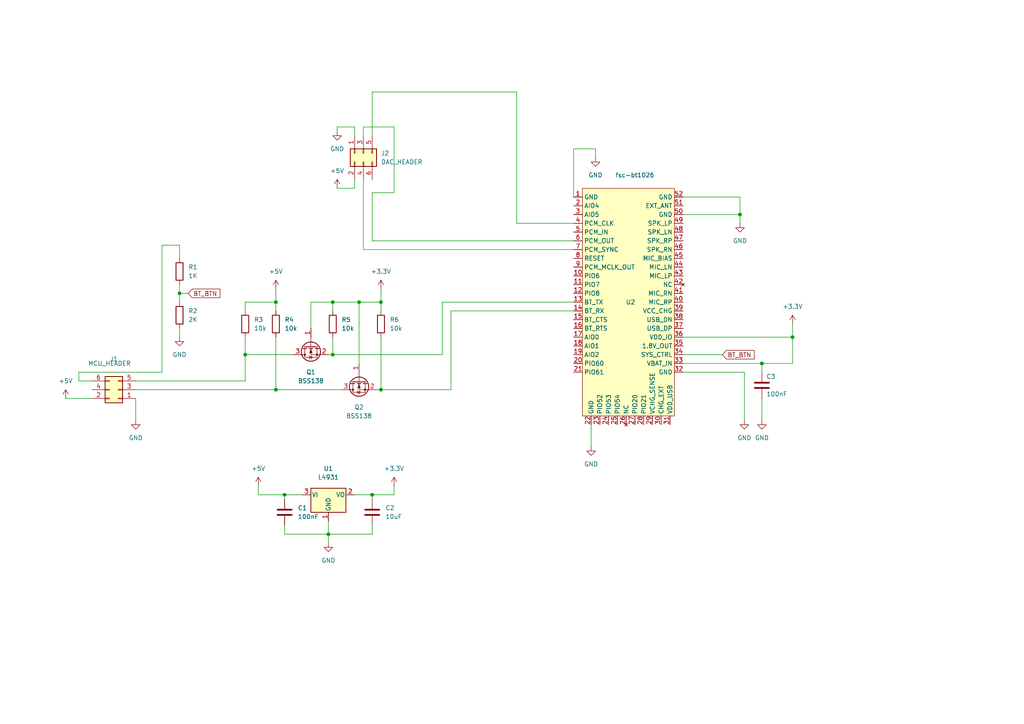
<source format=kicad_sch>
(kicad_sch (version 20211123) (generator eeschema)
  (paper "A4")
  (lib_symbols
    (symbol "Connector_Generic:Conn_02x03_Odd_Even" (pin_names (offset 1.016) hide)
      (property "Reference" "J" (at 1.27 5.08 0))
      (property "Value" "Conn_02x03_Odd_Even" (at 1.27 -5.08 0))
      (symbol "Conn_02x03_Odd_Even_1_1"
        (rectangle (start -1.27 -2.413) (end 0 -2.667) (stroke (width 0.1524)))
        (rectangle (start -1.27 0.127) (end 0 -0.127) (stroke (width 0.1524)))
        (rectangle (start -1.27 2.667) (end 0 2.413) (stroke (width 0.1524)))
        (rectangle (start -1.27 3.81) (end 3.81 -3.81) (stroke (width 0.254)) (fill (type background)))
        (rectangle (start 3.81 -2.413) (end 2.54 -2.667) (stroke (width 0.1524)))
        (rectangle (start 3.81 0.127) (end 2.54 -0.127) (stroke (width 0.1524)))
        (rectangle (start 3.81 2.667) (end 2.54 2.413) (stroke (width 0.1524)))
        (pin passive line (at -5.08 2.54 0) (length 3.81) (name "Pin_1") (number "1"))
        (pin passive line (at 7.62 2.54 180) (length 3.81) (name "Pin_2") (number "2"))
        (pin passive line (at -5.08 0 0) (length 3.81) (name "Pin_3") (number "3"))
        (pin passive line (at 7.62 0 180) (length 3.81) (name "Pin_4") (number "4"))
        (pin passive line (at -5.08 -2.54 0) (length 3.81) (name "Pin_5") (number "5"))
        (pin passive line (at 7.62 -2.54 180) (length 3.81) (name "Pin_6") (number "6"))
      )
    )
    (symbol "Device:C" (pin_numbers hide) (pin_names (offset 0.254))
      (property "Reference" "C" (at 0.635 2.54 0))
      (property "Value" "C" (at 0.635 -2.54 0))
      (symbol "C_0_1"
        (polyline (pts (xy -2.032 -0.762) (xy 2.032 -0.762)) (stroke (width 0.508)))
        (polyline (pts (xy -2.032 0.762) (xy 2.032 0.762)) (stroke (width 0.508)))
      )
      (symbol "C_1_1"
        (pin passive line (at 0 3.81 270) (length 2.794) (name "~") (number "1"))
        (pin passive line (at 0 -3.81 90) (length 2.794) (name "~") (number "2"))
      )
    )
    (symbol "Device:R" (pin_numbers hide) (pin_names (offset 0))
      (property "Reference" "R" (at 2.032 0 90))
      (property "Value" "R" (at 0 0 90))
      (symbol "R_0_1"
        (rectangle (start -1.016 -2.54) (end 1.016 2.54) (stroke (width 0.254)))
      )
      (symbol "R_1_1"
        (pin passive line (at 0 3.81 270) (length 1.27) (name "~") (number "1"))
        (pin passive line (at 0 -3.81 90) (length 1.27) (name "~") (number "2"))
      )
    )
    (symbol "Regulator_Linear:NCP1117-3.3_TO252" (pin_names (offset 0.254))
      (property "Reference" "U" (at -3.81 3.175 0))
      (property "Value" "NCP1117-3.3_TO252" (at 0 3.175 0))
      (symbol "NCP1117-3.3_TO252_0_1"
        (rectangle (start -5.08 1.905) (end 5.08 -5.08) (stroke (width 0.254)) (fill (type background)))
      )
      (symbol "NCP1117-3.3_TO252_1_1"
        (pin power_in line (at 0 -7.62 90) (length 2.54) (name "GND") (number "1"))
        (pin power_out line (at 7.62 0 180) (length 2.54) (name "VO") (number "2"))
        (pin power_in line (at -7.62 0 0) (length 2.54) (name "VI") (number "3"))
      )
    )
    (symbol "Transistor_FET:BSS138" (pin_names hide)
      (property "Reference" "Q" (at 5.08 1.905 0))
      (property "Value" "BSS138" (at 5.08 0 0))
      (symbol "BSS138_0_1"
        (polyline (pts (xy 0.254 0) (xy -2.54 0)))
        (polyline (pts (xy 0.254 1.905) (xy 0.254 -1.905)) (stroke (width 0.254)))
        (polyline (pts (xy 0.762 -1.27) (xy 0.762 -2.286)) (stroke (width 0.254)))
        (polyline (pts (xy 0.762 0.508) (xy 0.762 -0.508)) (stroke (width 0.254)))
        (polyline (pts (xy 0.762 2.286) (xy 0.762 1.27)) (stroke (width 0.254)))
        (polyline (pts (xy 2.54 2.54) (xy 2.54 1.778)))
        (polyline (pts (xy 2.54 -2.54) (xy 2.54 0) (xy 0.762 0)))
        (polyline (pts (xy 0.762 -1.778) (xy 3.302 -1.778) (xy 3.302 1.778) (xy 0.762 1.778)))
        (polyline (pts (xy 1.016 0) (xy 2.032 0.381) (xy 2.032 -0.381) (xy 1.016 0)) (fill (type outline)))
        (polyline (pts (xy 2.794 0.508) (xy 2.921 0.381) (xy 3.683 0.381) (xy 3.81 0.254)))
        (polyline (pts (xy 3.302 0.381) (xy 2.921 -0.254) (xy 3.683 -0.254) (xy 3.302 0.381)))
        (circle (center 1.651 0) (radius 2.794) (stroke (width 0.254)))
        (circle (center 2.54 -1.778) (radius 0.254) (fill (type outline)))
        (circle (center 2.54 1.778) (radius 0.254) (fill (type outline)))
      )
      (symbol "BSS138_1_1"
        (pin input line (at -5.08 0 0) (length 2.54) (name "G") (number "1"))
        (pin passive line (at 2.54 -5.08 90) (length 2.54) (name "S") (number "2"))
        (pin passive line (at 2.54 5.08 270) (length 2.54) (name "D") (number "3"))
      )
    )
    (symbol "mcd708:fsc-bt1026"
      (property "Reference" "U" (at -5.08 -39.37 0))
      (property "Value" "fsc-bt1026" (at 1.27 31.75 0))
      (symbol "fsc-bt1026_0_1"
        (rectangle (start -13.97 27.94) (end 12.7 -38.1) (fill (type background)))
      )
      (symbol "fsc-bt1026_1_1"
        (pin input line (at -16.51 25.4 0) (length 2.54) (name "GND") (number "1"))
        (pin input line (at -16.51 2.54 0) (length 2.54) (name "PIO6") (number "10"))
        (pin input line (at -16.51 0 0) (length 2.54) (name "PIO7") (number "11"))
        (pin input line (at -16.51 -2.54 0) (length 2.54) (name "PIO8") (number "12"))
        (pin input line (at -16.51 -5.08 0) (length 2.54) (name "BT_TX") (number "13"))
        (pin input line (at -16.51 -7.62 0) (length 2.54) (name "BT_RX") (number "14"))
        (pin input line (at -16.51 -10.16 0) (length 2.54) (name "BT_CTS") (number "15"))
        (pin input line (at -16.51 -12.7 0) (length 2.54) (name "BT_RTS") (number "16"))
        (pin input line (at -16.51 -15.24 0) (length 2.54) (name "AIO0") (number "17"))
        (pin input line (at -16.51 -17.78 0) (length 2.54) (name "AIO1") (number "18"))
        (pin input line (at -16.51 -20.32 0) (length 2.54) (name "AIO2") (number "19"))
        (pin input line (at -16.51 22.86 0) (length 2.54) (name "AIO4") (number "2"))
        (pin input line (at -16.51 -22.86 0) (length 2.54) (name "PIO60") (number "20"))
        (pin input line (at -16.51 -25.4 0) (length 2.54) (name "PIO61") (number "21"))
        (pin power_in line (at -11.43 -40.64 90) (length 2.54) (name "GND") (number "22"))
        (pin input line (at -8.89 -40.64 90) (length 2.54) (name "PIO52") (number "23"))
        (pin input line (at -6.35 -40.64 90) (length 2.54) (name "PIO53") (number "24"))
        (pin input line (at -3.81 -40.64 90) (length 2.54) (name "PIO54") (number "25"))
        (pin no_connect line (at -1.27 -40.64 90) (length 2.54) (name "NC") (number "26"))
        (pin input line (at 1.27 -40.64 90) (length 2.54) (name "PIO20") (number "27"))
        (pin input line (at 3.81 -40.64 90) (length 2.54) (name "PIO21") (number "28"))
        (pin free line (at 6.35 -40.64 90) (length 2.54) (name "VCHG_SENSE") (number "29"))
        (pin input line (at -16.51 20.32 0) (length 2.54) (name "AIO5") (number "3"))
        (pin power_in line (at 8.89 -40.64 90) (length 2.54) (name "CHG_EXT") (number "30"))
        (pin power_in line (at 11.43 -40.64 90) (length 2.54) (name "VDD_USB") (number "31"))
        (pin power_in line (at 15.24 -25.4 180) (length 2.54) (name "GND") (number "32"))
        (pin power_in line (at 15.24 -22.86 180) (length 2.54) (name "VBAT_IN") (number "33"))
        (pin power_in line (at 15.24 -20.32 180) (length 2.54) (name "SYS_CTRL") (number "34"))
        (pin power_out line (at 15.24 -17.78 180) (length 2.54) (name "1.8V_OUT") (number "35"))
        (pin power_in line (at 15.24 -15.24 180) (length 2.54) (name "VDD_IO") (number "36"))
        (pin power_in line (at 15.24 -12.7 180) (length 2.54) (name "USB_DP") (number "37"))
        (pin input line (at 15.24 -10.16 180) (length 2.54) (name "USB_DN") (number "38"))
        (pin power_in line (at 15.24 -7.62 180) (length 2.54) (name "VCC_CHG") (number "39"))
        (pin output line (at -16.51 17.78 0) (length 2.54) (name "PCM_CLK") (number "4"))
        (pin power_in line (at 15.24 -5.08 180) (length 2.54) (name "MIC_RP") (number "40"))
        (pin power_in line (at 15.24 -2.54 180) (length 2.54) (name "MIC_RN") (number "41"))
        (pin no_connect line (at 15.24 0 180) (length 2.54) (name "NC") (number "42"))
        (pin power_in line (at 15.24 2.54 180) (length 2.54) (name "MIC_LP") (number "43"))
        (pin power_in line (at 15.24 5.08 180) (length 2.54) (name "MIC_LN") (number "44"))
        (pin power_in line (at 15.24 7.62 180) (length 2.54) (name "MIC_BIAS") (number "45"))
        (pin power_out line (at 15.24 10.16 180) (length 2.54) (name "SPK_RN") (number "46"))
        (pin power_out line (at 15.24 12.7 180) (length 2.54) (name "SPK_RP") (number "47"))
        (pin power_out line (at 15.24 15.24 180) (length 2.54) (name "SPK_LN") (number "48"))
        (pin power_out line (at 15.24 17.78 180) (length 2.54) (name "SPK_LP") (number "49"))
        (pin input line (at -16.51 15.24 0) (length 2.54) (name "PCM_IN") (number "5"))
        (pin power_in line (at 15.24 20.32 180) (length 2.54) (name "GND") (number "50"))
        (pin unspecified line (at 15.24 22.86 180) (length 2.54) (name "EXT_ANT") (number "51"))
        (pin power_in line (at 15.24 25.4 180) (length 2.54) (name "GND") (number "52"))
        (pin output line (at -16.51 12.7 0) (length 2.54) (name "PCM_OUT") (number "6"))
        (pin output line (at -16.51 10.16 0) (length 2.54) (name "PCM_SYNC") (number "7"))
        (pin input line (at -16.51 7.62 0) (length 2.54) (name "RESET") (number "8"))
        (pin input line (at -16.51 5.08 0) (length 2.54) (name "PCM_MCLK_OUT") (number "9"))
      )
    )
    (symbol "power:+3.3V" (power) (pin_names (offset 0))
      (property "Value" "+3.3V" (at 0 3.556 0))
      (symbol "+3.3V_0_1"
        (polyline (pts (xy -0.762 1.27) (xy 0 2.54)))
        (polyline (pts (xy 0 0) (xy 0 2.54)))
        (polyline (pts (xy 0 2.54) (xy 0.762 1.27)))
      )
      (symbol "+3.3V_1_1"
        (pin power_in line (at 0 0 90) (length 0) hide (name "+3.3V") (number "1"))
      )
    )
    (symbol "power:+5V" (power) (pin_names (offset 0))
      (property "Value" "+5V" (at 0 3.556 0))
      (symbol "+5V_0_1"
        (polyline (pts (xy -0.762 1.27) (xy 0 2.54)))
        (polyline (pts (xy 0 0) (xy 0 2.54)))
        (polyline (pts (xy 0 2.54) (xy 0.762 1.27)))
      )
      (symbol "+5V_1_1"
        (pin power_in line (at 0 0 90) (length 0) hide (name "+5V") (number "1"))
      )
    )
    (symbol "power:GND" (power) (pin_names (offset 0))
      (property "Value" "GND" (at 0 -3.81 0))
      (symbol "GND_0_1"
        (polyline (pts (xy 0 0) (xy 0 -1.27) (xy 1.27 -1.27) (xy 0 -2.54) (xy -1.27 -1.27) (xy 0 -1.27)))
      )
      (symbol "GND_1_1"
        (pin power_in line (at 0 0 270) (length 0) hide (name "GND") (number "1"))
      )
    )
  )
  (junction (at 52.07 85.09))
  (junction (at 104.14 87.63))
  (junction (at 107.95 143.51))
  (junction (at 110.49 87.63))
  (junction (at 96.52 102.87))
  (junction (at 80.01 87.63))
  (junction (at 220.98 105.41))
  (junction (at 96.52 87.63))
  (junction (at 110.49 113.03))
  (junction (at 214.63 62.23))
  (junction (at 82.55 143.51))
  (junction (at 95.25 154.94))
  (junction (at 80.01 113.03))
  (junction (at 229.87 97.79))
  (junction (at 71.12 102.87))
  (wire (pts (xy 52.07 71.12) (xy 52.07 74.93)))
  (wire (pts (xy 105.41 36.83) (xy 105.41 39.37)))
  (wire (pts (xy 114.3 36.83) (xy 114.3 55.88)))
  (wire (pts (xy 110.49 113.03) (xy 130.81 113.03)))
  (wire (pts (xy 82.55 143.51) (xy 74.93 143.51)))
  (wire (pts (xy 95.25 154.94) (xy 95.25 157.48)))
  (wire (pts (xy 97.79 36.83) (xy 102.87 36.83)))
  (wire (pts (xy 128.27 87.63) (xy 166.37 87.63)))
  (wire (pts (xy 80.01 97.79) (xy 80.01 113.03)))
  (wire (pts (xy 166.37 72.39) (xy 105.41 72.39)))
  (wire (pts (xy 39.37 121.92) (xy 39.37 115.57)))
  (wire (pts (xy 22.86 107.95) (xy 22.86 110.49)))
  (wire (pts (xy 107.95 152.4) (xy 107.95 154.94)))
  (wire (pts (xy 52.07 85.09) (xy 52.07 87.63)))
  (wire (pts (xy 114.3 143.51) (xy 107.95 143.51)))
  (wire (pts (xy 104.14 87.63) (xy 110.49 87.63)))
  (wire (pts (xy 198.12 97.79) (xy 229.87 97.79)))
  (wire (pts (xy 220.98 105.41) (xy 229.87 105.41)))
  (wire (pts (xy 110.49 97.79) (xy 110.49 113.03)))
  (wire (pts (xy 107.95 69.85) (xy 107.95 55.88)))
  (wire (pts (xy 198.12 57.15) (xy 214.63 57.15)))
  (wire (pts (xy 46.99 71.12) (xy 52.07 71.12)))
  (wire (pts (xy 215.9 121.92) (xy 215.9 107.95)))
  (wire (pts (xy 130.81 90.17) (xy 166.37 90.17)))
  (wire (pts (xy 71.12 87.63) (xy 80.01 87.63)))
  (wire (pts (xy 107.95 26.67) (xy 149.86 26.67)))
  (wire (pts (xy 104.14 105.41) (xy 104.14 87.63)))
  (wire (pts (xy 39.37 113.03) (xy 80.01 113.03)))
  (wire (pts (xy 198.12 62.23) (xy 214.63 62.23)))
  (wire (pts (xy 166.37 57.15) (xy 166.37 43.18)))
  (wire (pts (xy 102.87 52.07) (xy 102.87 54.61)))
  (wire (pts (xy 19.05 115.57) (xy 26.67 115.57)))
  (wire (pts (xy 114.3 140.97) (xy 114.3 143.51)))
  (wire (pts (xy 82.55 143.51) (xy 82.55 144.78)))
  (wire (pts (xy 90.17 87.63) (xy 96.52 87.63)))
  (wire (pts (xy 46.99 107.95) (xy 46.99 71.12)))
  (wire (pts (xy 107.95 26.67) (xy 107.95 39.37)))
  (wire (pts (xy 220.98 105.41) (xy 220.98 107.95)))
  (wire (pts (xy 149.86 26.67) (xy 149.86 64.77)))
  (wire (pts (xy 71.12 110.49) (xy 71.12 102.87)))
  (wire (pts (xy 87.63 143.51) (xy 82.55 143.51)))
  (wire (pts (xy 107.95 143.51) (xy 107.95 144.78)))
  (wire (pts (xy 90.17 95.25) (xy 90.17 87.63)))
  (wire (pts (xy 80.01 87.63) (xy 80.01 90.17)))
  (wire (pts (xy 52.07 85.09) (xy 54.61 85.09)))
  (wire (pts (xy 198.12 102.87) (xy 209.55 102.87)))
  (wire (pts (xy 172.72 43.18) (xy 172.72 45.72)))
  (wire (pts (xy 22.86 110.49) (xy 26.67 110.49)))
  (wire (pts (xy 114.3 36.83) (xy 105.41 36.83)))
  (wire (pts (xy 97.79 54.61) (xy 102.87 54.61)))
  (wire (pts (xy 130.81 90.17) (xy 130.81 113.03)))
  (wire (pts (xy 229.87 93.98) (xy 229.87 97.79)))
  (wire (pts (xy 214.63 62.23) (xy 214.63 64.77)))
  (wire (pts (xy 71.12 102.87) (xy 85.09 102.87)))
  (wire (pts (xy 95.25 154.94) (xy 82.55 154.94)))
  (wire (pts (xy 80.01 83.82) (xy 80.01 87.63)))
  (wire (pts (xy 95.25 102.87) (xy 96.52 102.87)))
  (wire (pts (xy 102.87 36.83) (xy 102.87 39.37)))
  (wire (pts (xy 95.25 151.13) (xy 95.25 154.94)))
  (wire (pts (xy 229.87 97.79) (xy 229.87 105.41)))
  (wire (pts (xy 22.86 107.95) (xy 46.99 107.95)))
  (wire (pts (xy 52.07 82.55) (xy 52.07 85.09)))
  (wire (pts (xy 214.63 62.23) (xy 214.63 57.15)))
  (wire (pts (xy 171.45 123.19) (xy 171.45 129.54)))
  (wire (pts (xy 110.49 83.82) (xy 110.49 87.63)))
  (wire (pts (xy 71.12 97.79) (xy 71.12 102.87)))
  (wire (pts (xy 105.41 72.39) (xy 105.41 52.07)))
  (wire (pts (xy 71.12 90.17) (xy 71.12 87.63)))
  (wire (pts (xy 166.37 43.18) (xy 172.72 43.18)))
  (wire (pts (xy 97.79 38.1) (xy 97.79 36.83)))
  (wire (pts (xy 104.14 87.63) (xy 96.52 87.63)))
  (wire (pts (xy 107.95 69.85) (xy 166.37 69.85)))
  (wire (pts (xy 110.49 87.63) (xy 110.49 90.17)))
  (wire (pts (xy 74.93 143.51) (xy 74.93 140.97)))
  (wire (pts (xy 149.86 64.77) (xy 166.37 64.77)))
  (wire (pts (xy 107.95 154.94) (xy 95.25 154.94)))
  (wire (pts (xy 102.87 143.51) (xy 107.95 143.51)))
  (wire (pts (xy 52.07 95.25) (xy 52.07 97.79)))
  (wire (pts (xy 110.49 113.03) (xy 109.22 113.03)))
  (wire (pts (xy 128.27 87.63) (xy 128.27 102.87)))
  (wire (pts (xy 96.52 87.63) (xy 96.52 90.17)))
  (wire (pts (xy 96.52 102.87) (xy 96.52 97.79)))
  (wire (pts (xy 39.37 110.49) (xy 71.12 110.49)))
  (wire (pts (xy 198.12 105.41) (xy 220.98 105.41)))
  (wire (pts (xy 107.95 55.88) (xy 114.3 55.88)))
  (wire (pts (xy 96.52 102.87) (xy 128.27 102.87)))
  (wire (pts (xy 99.06 113.03) (xy 80.01 113.03)))
  (wire (pts (xy 198.12 107.95) (xy 215.9 107.95)))
  (wire (pts (xy 220.98 115.57) (xy 220.98 121.92)))
  (wire (pts (xy 82.55 154.94) (xy 82.55 152.4)))
  (global_label "BT_BTN" (shape input) (at 209.55 102.87 0) (property "Intersheet References" "${INTERSHEET_REFS}" (effects hide)))
  (global_label "BT_BTN" (shape input) (at 54.61 85.09 0) (property "Intersheet References" "${INTERSHEET_REFS}" (effects hide)))
  (symbol (lib_id "power:GND") (at 97.79 38.1 0) (unit 1)
    (property "Reference" "#PWR0111" (effects hide))
    (property "Value" "GND" (at 97.79 43.18 0))
  )
  (symbol (lib_id "Device:R") (at 52.07 78.74 0) (unit 1)
    (property "Reference" "R1" (at 54.61 77.4699 0) (effects (justify left)))
    (property "Value" "1K" (at 54.61 80.0099 0) (effects (justify left)))
    (property "Footprint" "Resistor_THT:R_Axial_DIN0207_L6.3mm_D2.5mm_P7.62mm_Horizontal" (effects hide))
  )
  (symbol (lib_id "power:+5V") (at 74.93 140.97 0) (unit 1)
    (property "Reference" "#PWR0102" (effects hide))
    (property "Value" "+5V" (at 74.93 135.89 0))
  )
  (symbol (lib_id "power:+3.3V") (at 114.3 140.97 0) (unit 1)
    (property "Reference" "#PWR0103" (effects hide))
    (property "Value" "+3.3V" (at 114.3 135.89 0))
  )
  (symbol (lib_id "Device:R") (at 71.12 93.98 0) (unit 1)
    (property "Reference" "R3" (at 73.66 92.7099 0) (effects (justify left)))
    (property "Value" "10k" (at 73.66 95.2499 0) (effects (justify left)))
    (property "Footprint" "Resistor_THT:R_Axial_DIN0207_L6.3mm_D2.5mm_P7.62mm_Horizontal" (effects hide))
  )
  (symbol (lib_id "Transistor_FET:BSS138") (at 104.14 110.49 90) (mirror x) (unit 1)
    (property "Reference" "Q2" (at 104.14 118.11 90))
    (property "Value" "BSS138" (at 104.14 120.65 90))
    (property "Footprint" "Package_TO_SOT_SMD:SOT-23" (effects hide))
    (property "Datasheet" "https://www.onsemi.com/pub/Collateral/BSS138-D.PDF" (effects hide))
  )
  (symbol (lib_id "Device:R") (at 80.01 93.98 0) (unit 1)
    (property "Reference" "R4" (at 82.55 92.7099 0) (effects (justify left)))
    (property "Value" "10k" (at 82.55 95.2499 0) (effects (justify left)))
    (property "Footprint" "Resistor_THT:R_Axial_DIN0207_L6.3mm_D2.5mm_P7.62mm_Horizontal" (effects hide))
  )
  (symbol (lib_id "Device:R") (at 96.52 93.98 0) (unit 1)
    (property "Reference" "R5" (at 99.06 92.7099 0) (effects (justify left)))
    (property "Value" "10k" (at 99.06 95.2499 0) (effects (justify left)))
    (property "Footprint" "Resistor_THT:R_Axial_DIN0207_L6.3mm_D2.5mm_P7.62mm_Horizontal" (effects hide))
  )
  (symbol (lib_id "power:GND") (at 52.07 97.79 0) (unit 1)
    (property "Reference" "#PWR0114" (effects hide))
    (property "Value" "GND" (at 52.07 102.87 0))
  )
  (symbol (lib_id "power:+3.3V") (at 229.87 93.98 0) (unit 1)
    (property "Reference" "#PWR0107" (effects hide))
    (property "Value" "+3.3V" (at 229.87 88.9 0))
  )
  (symbol (lib_id "power:GND") (at 171.45 129.54 0) (unit 1)
    (property "Reference" "#PWR0110" (effects hide))
    (property "Value" "GND" (at 171.45 134.62 0))
  )
  (symbol (lib_id "mcd708:fsc-bt1026") (at 182.88 82.55 0) (unit 1)
    (property "Reference" "U2" (at 182.88 87.63 0))
    (property "Value" "fsc-bt1026" (at 184.15 50.8 0))
    (property "Footprint" "mcd708_bt:feasycomm" (effects hide))
  )
  (symbol (lib_id "power:GND") (at 215.9 121.92 0) (unit 1)
    (property "Reference" "#PWR0104" (effects hide))
    (property "Value" "GND" (at 215.9 127 0))
  )
  (symbol (lib_id "Connector_Generic:Conn_02x03_Odd_Even") (at 105.41 44.45 90) (mirror x) (unit 1)
    (property "Reference" "J2" (at 110.49 44.4499 90) (effects (justify right)))
    (property "Value" "DAC_HEADER" (at 110.49 46.9899 90) (effects (justify right)))
    (property "Footprint" "Connector_IDC:IDC-Header_2x03_P2.54mm_Vertical" (effects hide))
  )
  (symbol (lib_id "power:GND") (at 220.98 121.92 0) (unit 1)
    (property "Reference" "#PWR0105" (effects hide))
    (property "Value" "GND" (at 220.98 127 0))
  )
  (symbol (lib_id "Transistor_FET:BSS138") (at 90.17 100.33 90) (mirror x) (unit 1)
    (property "Reference" "Q1" (at 90.17 107.95 90))
    (property "Value" "BSS138" (at 90.17 110.49 90))
    (property "Footprint" "Package_TO_SOT_SMD:SOT-23" (effects hide))
    (property "Datasheet" "https://www.onsemi.com/pub/Collateral/BSS138-D.PDF" (effects hide))
  )
  (symbol (lib_id "power:+5V") (at 19.05 115.57 0) (unit 1)
    (property "Reference" "#PWR0116" (effects hide))
    (property "Value" "+5V" (at 19.05 110.49 0))
  )
  (symbol (lib_id "power:GND") (at 39.37 121.92 0) (unit 1)
    (property "Reference" "#PWR0115" (effects hide))
    (property "Value" "GND" (at 39.37 127 0))
  )
  (symbol (lib_id "Device:C") (at 220.98 111.76 0) (unit 1)
    (property "Reference" "C3" (at 222.25 109.22 0) (effects (justify left)))
    (property "Value" "100nF" (at 222.25 114.3 0) (effects (justify left)))
    (property "Footprint" "Capacitor_THT:C_Rect_L4.0mm_W2.5mm_P2.50mm" (effects hide))
  )
  (symbol (lib_id "Device:R") (at 110.49 93.98 0) (unit 1)
    (property "Reference" "R6" (at 113.03 92.7099 0) (effects (justify left)))
    (property "Value" "10k" (at 113.03 95.2499 0) (effects (justify left)))
    (property "Footprint" "Resistor_THT:R_Axial_DIN0207_L6.3mm_D2.5mm_P7.62mm_Horizontal" (effects hide))
  )
  (symbol (lib_id "Device:C") (at 107.95 148.59 0) (unit 1)
    (property "Reference" "C2" (at 111.76 147.3199 0) (effects (justify left)))
    (property "Value" "10uF" (at 111.76 149.8599 0) (effects (justify left)))
    (property "Footprint" "Capacitor_THT:CP_Radial_D5.0mm_P2.00mm" (effects hide))
  )
  (symbol (lib_id "power:+5V") (at 97.79 54.61 0) (unit 1)
    (property "Reference" "#PWR0112" (effects hide))
    (property "Value" "+5V" (at 97.79 49.53 0))
  )
  (symbol (lib_id "Device:R") (at 52.07 91.44 0) (unit 1)
    (property "Reference" "R2" (at 54.61 90.1699 0) (effects (justify left)))
    (property "Value" "2K" (at 54.61 92.7099 0) (effects (justify left)))
    (property "Footprint" "Resistor_THT:R_Axial_DIN0207_L6.3mm_D2.5mm_P7.62mm_Horizontal" (effects hide))
  )
  (symbol (lib_id "power:GND") (at 95.25 157.48 0) (unit 1)
    (property "Reference" "#PWR0101" (effects hide))
    (property "Value" "GND" (at 95.25 162.56 0))
  )
  (symbol (lib_id "power:GND") (at 214.63 64.77 0) (unit 1)
    (property "Reference" "#PWR0108" (effects hide))
    (property "Value" "GND" (at 214.63 69.85 0))
  )
  (symbol (lib_id "Connector_Generic:Conn_02x03_Odd_Even") (at 34.29 113.03 180) (unit 1)
    (property "Reference" "J1" (at 33.02 104.14 0))
    (property "Value" "MCU_HEADER" (at 31.75 105.41 0))
    (property "Footprint" "Connector_IDC:IDC-Header_2x03_P2.54mm_Vertical" (effects hide))
  )
  (symbol (lib_id "power:GND") (at 172.72 45.72 0) (unit 1)
    (property "Reference" "#PWR0109" (effects hide))
    (property "Value" "GND" (at 172.72 50.8 0))
  )
  (symbol (lib_id "power:+3.3V") (at 110.49 83.82 0) (unit 1)
    (property "Reference" "#PWR0113" (effects hide))
    (property "Value" "+3.3V" (at 110.49 78.74 0))
  )
  (symbol (lib_id "power:+5V") (at 80.01 83.82 0) (unit 1)
    (property "Reference" "#PWR0117" (effects hide))
    (property "Value" "+5V" (at 80.01 78.74 0))
  )
  (symbol (lib_id "Regulator_Linear:NCP1117-3.3_TO252") (at 95.25 143.51 0) (unit 1)
    (property "Reference" "U1" (at 95.25 135.89 0))
    (property "Value" "L4931" (at 95.25 138.43 0))
    (property "Footprint" "Package_TO_SOT_SMD:TO-252-2" (effects hide))
    (property "Datasheet" "http://www.onsemi.com/pub_link/Collateral/NCP1117-D.PDF" (effects hide))
  )
  (symbol (lib_id "power:GND") (at 351.79 17.78 0) (unit 1)
    (property "Reference" "#PWR0106" (effects hide))
    (property "Value" "GND" (at 351.79 22.86 0))
  )
  (symbol (lib_id "Device:C") (at 82.55 148.59 0) (unit 1)
    (property "Reference" "C1" (at 86.36 147.3199 0) (effects (justify left)))
    (property "Value" "100nF" (at 86.36 149.8599 0) (effects (justify left)))
    (property "Footprint" "Capacitor_THT:C_Rect_L4.0mm_W2.5mm_P2.50mm" (effects hide))
  )
)
</source>
